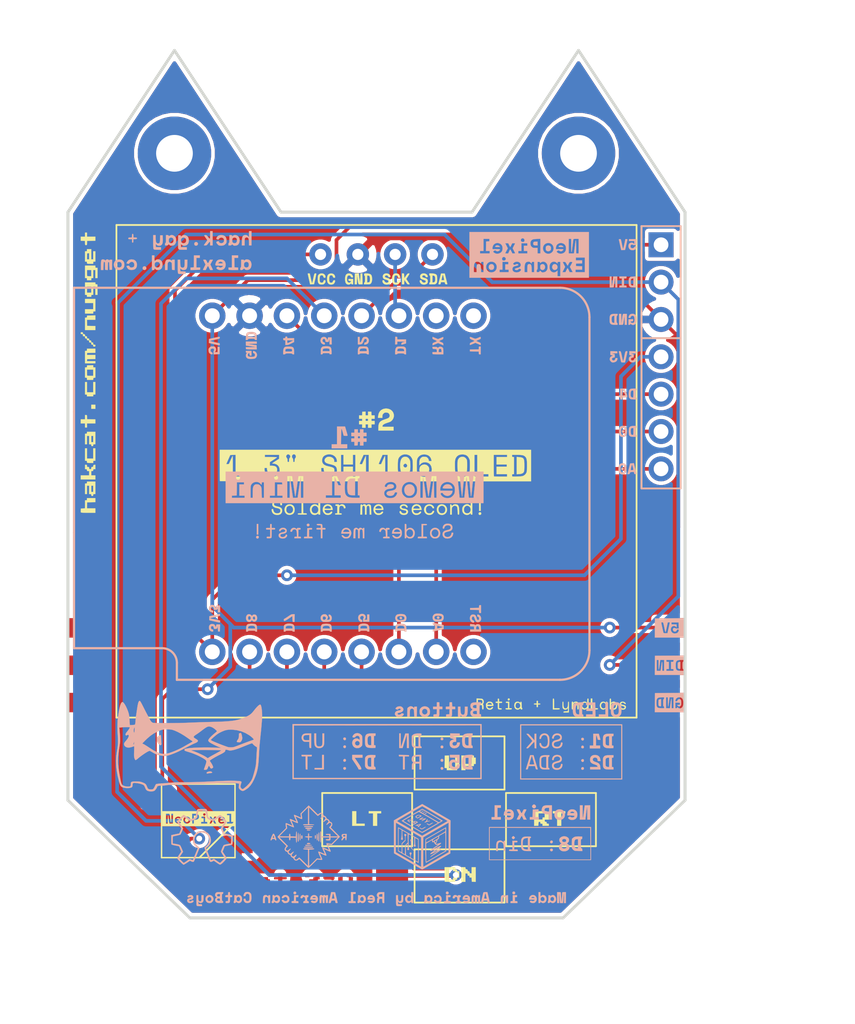
<source format=kicad_pcb>
(kicad_pcb (version 20171130) (host pcbnew 5.1.5+dfsg1-2build2)
  (layers (0 F.Cu signal) (31 B.Cu signal) (34 B.Paste user) (35 F.Paste user) (36 B.SilkS user) (37 F.SilkS user) (38 B.Mask user) (39 F.Mask user) (44 Edge.Cuts user))
  (net 0 "")
  (net 1 "Net-(Brd1-Pad4)")
  (net 2 "Net-(Brd1-Pad3)")
  (net 3 "Net-(Brd1-Pad2)")
  (net 4 "Net-(D1-Pad4)")
  (net 5 "Net-(D1-Pad2)")
  (net 6 /D6)
  (net 7 /D7)
  (net 8 /D5)
  (net 9 "Net-(U1-Pad16)")
  (net 10 "Net-(U1-Pad1)")
  (net 11 "Net-(U1-Pad15)")
  (net 12 "Net-(U1-Pad2)")
  (net 13 "Net-(U1-Pad3)")
  (net 14 "Net-(U1-Pad12)")
  (net 15 "Net-(U1-Pad11)")
  (net 16 +5V)
  (net 17 GND)
  (module screens:SH1106-128x64-OLED (layer F.Cu) (at 0 -2.375)
    (fp_text reference Brd1 hide)
    (fp_text value SH1106)
    (pad 1 thru_hole circle (at -3.81 -14.75) (size 1.524 1.524) (drill 0.762) (layers *.Cu *.Mask) (net 3 "Net-(Brd1-Pad2)"))
    (pad 2 thru_hole circle (at -1.27 -14.75) (size 1.524 1.524) (drill 0.762) (layers *.Cu *.Mask) (net 17 GND))
    (pad 3 thru_hole circle (at 1.27 -14.75) (size 1.524 1.524) (drill 0.762) (layers *.Cu *.Mask) (net 2 "Net-(Brd1-Pad3)"))
    (pad 4 thru_hole circle (at 3.81 -14.75) (size 1.524 1.524) (drill 0.762) (layers *.Cu *.Mask) (net 1 "Net-(Brd1-Pad4)"))
  )
  (module Button_Switch_SMD:SW_SPST_FSMSM (layer F.Cu) (at 11.8745 21.314)
    (fp_text reference SW4 hide)
    (fp_text value Right)
    (pad 1 smd rect (at -4.59 0) (size 2.18 1.6) (layers F.Cu F.Paste F.Mask) (net 8 /D5))
    (pad 2 smd rect (at 4.59 0) (size 2.18 1.6) (layers F.Cu F.Paste F.Mask) (net 17 GND))
  )
  (module wemos-d1-mini:wemos-d1-mini-with-pin-header-and-connector (layer B.Cu) (at -2.286 -1.524)
    (fp_text reference U1 hide)
    (fp_text value "WeMos D1 Mini" hide)
    (pad 16 thru_hole circle (at 8.89 -11.43) (size 1.8 1.8) (drill 1.016) (layers *.Cu *.Mask) (net 9 "Net-(U1-Pad16)"))
    (pad 1 thru_hole circle (at 8.89 11.43) (size 1.8 1.8) (drill 1.016) (layers *.Cu *.Mask) (net 10 "Net-(U1-Pad1)"))
    (pad 15 thru_hole circle (at 6.35 -11.43) (size 1.8 1.8) (drill 1.016) (layers *.Cu *.Mask) (net 11 "Net-(U1-Pad15)"))
    (pad 2 thru_hole circle (at 6.35 11.43) (size 1.8 1.8) (drill 1.016) (layers *.Cu *.Mask) (net 12 "Net-(U1-Pad2)"))
    (pad 14 thru_hole circle (at 3.81 -11.43) (size 1.8 1.8) (drill 1.016) (layers *.Cu *.Mask) (net 2 "Net-(Brd1-Pad3)"))
    (pad 3 thru_hole circle (at 3.81 11.43) (size 1.8 1.8) (drill 1.016) (layers *.Cu *.Mask) (net 13 "Net-(U1-Pad3)"))
    (pad 13 thru_hole circle (at 1.27 -11.43) (size 1.8 1.8) (drill 1.016) (layers *.Cu *.Mask) (net 1 "Net-(Brd1-Pad4)"))
    (pad 4 thru_hole circle (at 1.27 11.43) (size 1.8 1.8) (drill 1.016) (layers *.Cu *.Mask) (net 8 /D5))
    (pad 12 thru_hole circle (at -1.27 -11.43) (size 1.8 1.8) (drill 1.016) (layers *.Cu *.Mask) (net 14 "Net-(U1-Pad12)"))
    (pad 5 thru_hole circle (at -1.27 11.43) (size 1.8 1.8) (drill 1.016) (layers *.Cu *.Mask) (net 6 /D6))
    (pad 11 thru_hole circle (at -3.81 -11.43) (size 1.8 1.8) (drill 1.016) (layers *.Cu *.Mask) (net 15 "Net-(U1-Pad11)"))
    (pad 6 thru_hole circle (at -3.81 11.43 270) (size 1.8 1.8) (drill 1.016) (layers *.Cu *.Mask) (net 7 /D7))
    (pad 10 thru_hole circle (at -6.35 -11.43) (size 1.8 1.8) (drill 1.016) (layers *.Cu *.Mask) (net 17 GND))
    (pad 7 thru_hole circle (at -6.35 11.43) (size 1.8 1.8) (drill 1.016) (layers *.Cu *.Mask) (net 4 "Net-(D1-Pad4)"))
    (pad 9 thru_hole circle (at -8.89 -11.43) (size 1.8 1.8) (drill 1.016) (layers *.Cu *.Mask) (net 16 +5V))
    (pad 8 thru_hole circle (at -8.89 11.43) (size 1.8 1.8) (drill 1.016) (layers *.Cu *.Mask) (net 3 "Net-(Brd1-Pad2)"))
  )
  (module Connector_PinHeader_2.54mm:PinHeader_1x07_P2.54mm_Vertical (layer F.Cu) (at 19.3675 -17.78)
    (fp_text reference REF** hide)
    (fp_text value PinHeader_1x07_P2.54mm_Vertical)
    (pad 7 thru_hole oval (at 0 15.24) (size 1.7 1.7) (drill 1) (layers *.Cu *.Mask) (net 12 "Net-(U1-Pad2)"))
    (pad 6 thru_hole oval (at 0 12.7) (size 1.7 1.7) (drill 1) (layers *.Cu *.Mask) (net 13 "Net-(U1-Pad3)"))
    (pad 5 thru_hole oval (at 0 10.16) (size 1.7 1.7) (drill 1) (layers *.Cu *.Mask) (net 15 "Net-(U1-Pad11)"))
    (pad 4 thru_hole oval (at 0 7.62) (size 1.7 1.7) (drill 1) (layers *.Cu *.Mask) (net 3 "Net-(Brd1-Pad2)"))
    (pad 3 thru_hole oval (at 0 5.08) (size 1.7 1.7) (drill 1) (layers *.Cu *.Mask) (net 17 GND))
    (pad 2 thru_hole oval (at 0 2.54) (size 1.7 1.7) (drill 1) (layers *.Cu *.Mask) (net 5 "Net-(D1-Pad2)"))
    (pad 1 thru_hole rect (at 0 0) (size 1.7 1.7) (drill 1) (layers *.Cu *.Mask) (net 16 +5V))
  )
  (module MountingHole:MountingHole_2.5mm_Pad (layer F.Cu) (at 13.75 -24)
    (fp_text reference REF** hide)
    (fp_text value MountingHole_2.5mm_Pad)
    (pad 1 thru_hole circle (at 0 0) (size 5 5) (drill 2.5) (layers *.Cu *.Mask))
  )
  (module MountingHole:MountingHole_2.5mm_Pad (layer F.Cu) (at -13.75 -24)
    (fp_text reference REF** hide)
    (fp_text value MountingHole_2.5mm_Pad)
    (pad 1 thru_hole circle (at 0 0) (size 5 5) (drill 2.5) (layers *.Cu *.Mask))
  )
  (module LED_SMD:LED_WS2812B_PLCC4_5.0x5.0mm_P3.2mm_idiot_proof (layer F.Cu) (at -12.1285 21.3995)
    (fp_text reference D1 hide)
    (fp_text value WS2812B)
    (pad 3 smd rect (at 2.45 1.6) (size 2 1.2) (drill (offset 0.25 0)) (layers F.Cu F.Paste F.Mask) (net 17 GND))
    (pad 4 smd rect (at 2.45 -1.6) (size 2 1.2) (drill (offset 0.25 0)) (layers F.Cu F.Paste F.Mask) (net 4 "Net-(D1-Pad4)"))
    (pad 2 smd rect (at -2.45 1.6) (size 2 1.2) (drill (offset -0.25 0)) (layers F.Cu F.Paste F.Mask) (net 5 "Net-(D1-Pad2)"))
    (pad 1 smd rect (at -2.45 -1.6) (size 2 1.2) (drill (offset -0.25 0)) (layers F.Cu F.Paste F.Mask) (net 16 +5V))
  )
  (module Button_Switch_SMD:SW_SPST_FSMSM (layer F.Cu) (at -0.635 21.314)
    (fp_text reference SW3 hide)
    (fp_text value Left)
    (pad 1 smd rect (at -4.59 0) (size 2.18 1.6) (layers F.Cu F.Paste F.Mask) (net 7 /D7))
    (pad 2 smd rect (at 4.59 0) (size 2.18 1.6) (layers F.Cu F.Paste F.Mask) (net 17 GND))
  )
  (module Button_Switch_SMD:SW_SPST_FSMSM (layer F.Cu) (at 5.6515 25.146)
    (fp_text reference SW2 hide)
    (fp_text value Down)
    (pad 1 smd rect (at -4.59 0) (size 2.18 1.6) (layers F.Cu F.Paste F.Mask) (net 14 "Net-(U1-Pad12)"))
    (pad 2 smd rect (at 4.59 0) (size 2.18 1.6) (layers F.Cu F.Paste F.Mask) (net 17 GND))
  )
  (module Button_Switch_SMD:SW_SPST_FSMSM (layer F.Cu) (at 5.6515 17.4625)
    (fp_text reference SW1 hide)
    (fp_text value Up)
    (pad 1 smd rect (at -4.59 0) (size 2.18 1.6) (layers F.Cu F.Paste F.Mask) (net 6 /D6))
    (pad 2 smd rect (at 4.59 0) (size 2.18 1.6) (layers F.Cu F.Paste F.Mask) (net 17 GND))
  )
  (module LOGO (layer F.Cu) (at 0 0)
    (fp_text reference G*** hide)
    (fp_text value LOGO hide)
  )
  (module LOGO (layer F.Cu) (at 0 0)
    (fp_text reference G*** hide)
    (fp_text value LOGO hide)
  )
  (module LOGO (layer F.Cu) (at 0 0)
    (fp_text reference G*** hide)
    (fp_text value LOGO hide)
  )
  (module LOGO (layer F.Cu) (at 0 0)
    (fp_text reference G*** hide)
    (fp_text value LOGO hide)
  )
  (module LOGO (layer F.Cu) (at 0 0)
    (fp_text reference G*** hide)
    (fp_text value LOGO hide)
  )
  (module LOGO (layer F.Cu) (at 0 0)
    (fp_text reference G*** hide)
    (fp_text value LOGO hide)
  )
  (module LOGO (layer F.Cu) (at 0 0)
    (fp_text reference G*** hide)
    (fp_text value LOGO hide)
  )
  (module LOGO (layer F.Cu) (at 0 0)
    (fp_text reference G*** hide)
    (fp_text value LOGO hide)
    (fp_poly (pts (xy -9.503833 25.929166) (xy -9.577917 25.929166) (xy -9.62757 25.932443) (xy -9.647933 25.950929) (xy -9.651991 25.997611) (xy -9.652 26.00325) (xy -9.652 26.077333) (xy -10.3505 26.077333) (xy -10.3505 25.929166) (xy -9.800167 25.929166) (xy -9.800167 25.802166) (xy -10.3505 25.802166) (xy -10.3505 25.728083) (xy -10.353777 25.67843) (xy -10.372263 25.658067) (xy -10.418945 25.654009) (xy -10.424583 25.654) (xy -10.498667 25.654) (xy -10.498667 25.378833) (xy -10.424583 25.378833) (xy -10.2235 25.378833) (xy -10.2235 25.654) (xy -9.800167 25.654) (xy -9.800167 25.378833) (xy -10.2235 25.378833) (xy -10.424583 25.378833) (xy -10.374931 25.375556) (xy -10.354567 25.35707) (xy -10.350509 25.310388) (xy -10.3505 25.30475) (xy -10.3505 25.230666) (xy -9.503833 25.230666) (xy -9.503833 25.929166)) (layer F.Cu) (width 0.01))
    (fp_poly (pts (xy -8.382 25.926484) (xy -8.450792 25.933117) (xy -8.499283 25.943379) (xy -8.520169 25.970975) (xy -8.526216 26.008541) (xy -8.532849 26.077333) (xy -9.228667 26.077333) (xy -9.228667 25.929166) (xy -8.657167 25.929166) (xy -8.657167 25.802166) (xy -9.228667 25.802166) (xy -9.228667 25.728083) (xy -9.231943 25.67843) (xy -9.25043 25.658067) (xy -9.297111 25.654009) (xy -9.30275 25.654) (xy -9.376833 25.654) (xy -9.376833 25.378833) (xy -9.30275 25.378833) (xy -9.0805 25.378833) (xy -9.0805 25.654) (xy -8.657167 25.654) (xy -8.657167 25.378833) (xy -9.0805 25.378833) (xy -9.30275 25.378833) (xy -9.253097 25.375556) (xy -9.232734 25.35707) (xy -9.228676 25.310388) (xy -9.228667 25.30475) (xy -9.228667 25.230666) (xy -8.382 25.230666) (xy -8.382 25.926484)) (layer F.Cu) (width 0.01))
    (fp_poly (pts (xy -12.467167 25.019) (xy -12.461922 25.063977) (xy -12.437182 25.080554) (xy -12.403667 25.0825) (xy -12.361004 25.086629) (xy -12.343505 25.107577) (xy -12.340167 25.156583) (xy -12.33689 25.206236) (xy -12.318404 25.226599) (xy -12.271722 25.230657) (xy -12.266083 25.230666) (xy -12.216431 25.233943) (xy -12.196067 25.252429) (xy -12.192009 25.299111) (xy -12.192 25.30475) (xy -12.188724 25.354402) (xy -12.170237 25.374766) (xy -12.123556 25.378824) (xy -12.117917 25.378833) (xy -12.043833 25.378833) (xy -12.043833 24.9555) (xy -11.768667 24.9555) (xy -11.768667 25.929166) (xy -12.043833 25.929166) (xy -12.043833 25.654) (xy -12.117917 25.654) (xy -12.16757 25.650723) (xy -12.187933 25.632236) (xy -12.191991 25.585555) (xy -12.192 25.579916) (xy -12.195277 25.530263) (xy -12.213763 25.5099) (xy -12.260445 25.505842) (xy -12.266083 25.505833) (xy -12.315857 25.502293) (xy -12.336272 25.484338) (xy -12.340167 25.442333) (xy -12.345412 25.397356) (xy -12.370152 25.380778) (xy -12.403667 25.378833) (xy -12.467167 25.378833) (xy -12.467167 25.929166) (xy -12.7635 25.929166) (xy -12.7635 24.9555) (xy -12.467167 24.9555) (xy -12.467167 25.019)) (layer F.Cu) (width 0.01))
    (fp_poly (pts (xy -11.345333 25.802166) (xy -10.922 25.802166) (xy -10.922 25.230666) (xy -10.646833 25.230666) (xy -10.646833 25.929166) (xy -11.4935 25.929166) (xy -11.4935 25.865666) (xy -11.498745 25.820689) (xy -11.523485 25.804112) (xy -11.557 25.802166) (xy -11.6205 25.802166) (xy -11.6205 25.230666) (xy -11.345333 25.230666) (xy -11.345333 25.802166)) (layer F.Cu) (width 0.01))
    (fp_poly (pts (xy -7.387167 25.30475) (xy -7.383627 25.354523) (xy -7.365672 25.374938) (xy -7.323667 25.378833) (xy -7.260167 25.378833) (xy -7.260167 25.654) (xy -7.958667 25.654) (xy -7.958667 25.802166) (xy -7.387167 25.802166) (xy -7.387167 25.929166) (xy -8.106833 25.929166) (xy -8.106833 25.865666) (xy -8.112078 25.820689) (xy -8.136818 25.804112) (xy -8.170333 25.802166) (xy -8.233833 25.802166) (xy -8.233833 25.378833) (xy -8.170333 25.378833) (xy -7.958667 25.378833) (xy -7.958667 25.505833) (xy -7.535333 25.505833) (xy -7.535333 25.378833) (xy -7.958667 25.378833) (xy -8.170333 25.378833) (xy -8.12767 25.374703) (xy -8.110172 25.353755) (xy -8.106833 25.30475) (xy -8.106833 25.230666) (xy -7.387167 25.230666) (xy -7.387167 25.30475)) (layer F.Cu) (width 0.01))
    (fp_poly (pts (xy -6.4135 25.230666) (xy -6.114485 25.230666) (xy -6.121117 25.299458) (xy -6.12775 25.36825) (xy -6.270625 25.374508) (xy -6.4135 25.380767) (xy -6.4135 25.929166) (xy -6.688667 25.929166) (xy -6.688667 25.378833) (xy -6.963833 25.378833) (xy -6.963833 25.230666) (xy -6.688667 25.230666) (xy -6.688667 24.9555) (xy -6.4135 24.9555) (xy -6.4135 25.230666)) (layer F.Cu) (width 0.01))
    (fp_poly (pts (xy -4.0005 25.019) (xy -3.995255 25.063977) (xy -3.970515 25.080554) (xy -3.937 25.0825) (xy -3.8735 25.0825) (xy -3.8735 25.378833) (xy -3.937 25.378833) (xy -3.981977 25.384078) (xy -3.998555 25.408818) (xy -4.0005 25.442333) (xy -4.00463 25.484996) (xy -4.025578 25.502495) (xy -4.074583 25.505833) (xy -4.124236 25.509109) (xy -4.1446 25.527596) (xy -4.148658 25.574277) (xy -4.148667 25.579916) (xy -4.148667 25.654) (xy -4.423833 25.654) (xy -4.423833 25.802166) (xy -3.8735 25.802166) (xy -3.8735 25.929166) (xy -4.847167 25.929166) (xy -4.847167 25.654) (xy -4.785008 25.654) (xy -4.741353 25.648458) (xy -4.722191 25.62312) (xy -4.716216 25.585208) (xy -4.705954 25.536717) (xy -4.678358 25.51583) (xy -4.640792 25.509783) (xy -4.59307 25.500175) (xy -4.574566 25.475496) (xy -4.572 25.440992) (xy -4.572 25.378833) (xy -4.296833 25.378833) (xy -4.296833 25.30475) (xy -4.293557 25.255097) (xy -4.27507 25.234733) (xy -4.228389 25.230675) (xy -4.22275 25.230666) (xy -4.173097 25.22739) (xy -4.152734 25.208903) (xy -4.148676 25.162222) (xy -4.148667 25.156583) (xy -4.148667 25.0825) (xy -4.572 25.0825) (xy -4.572 25.230666) (xy -4.847167 25.230666) (xy -4.847167 25.156583) (xy -4.843627 25.106809) (xy -4.825672 25.086394) (xy -4.783667 25.0825) (xy -4.73869 25.077255) (xy -4.722112 25.052515) (xy -4.720167 25.019) (xy -4.720167 24.9555) (xy -4.0005 24.9555) (xy -4.0005 25.019)) (layer F.Cu) (width 0.01))
    (fp_poly (pts (xy -3.153833 25.929166) (xy -3.450167 25.929166) (xy -3.450167 25.654) (xy -3.153833 25.654) (xy -3.153833 25.929166)) (layer F.Cu) (width 0.01))
    (fp_poly (pts (xy -1.883833 25.019) (xy -1.878589 25.063977) (xy -1.853849 25.080554) (xy -1.820333 25.0825) (xy -1.77767 25.086629) (xy -1.760172 25.107577) (xy -1.756833 25.156583) (xy -1.753557 25.206236) (xy -1.73507 25.226599) (xy -1.688389 25.230657) (xy -1.68275 25.230666) (xy -1.608667 25.230666) (xy -1.608667 25.654) (xy -1.68275 25.654) (xy -1.732403 25.657276) (xy -1.752766 25.675763) (xy -1.756824 25.722444) (xy -1.756833 25.728083) (xy -1.760373 25.777857) (xy -1.778328 25.798272) (xy -1.820333 25.802166) (xy -1.865311 25.807411) (xy -1.881888 25.832151) (xy -1.883833 25.865666) (xy -1.883833 25.929166) (xy -2.307167 25.929166) (xy -2.307167 25.865666) (xy -2.311297 25.823003) (xy -2.332244 25.805504) (xy -2.38125 25.802166) (xy -2.430903 25.79889) (xy -2.451266 25.780403) (xy -2.455324 25.733722) (xy -2.455333 25.728083) (xy -2.45861 25.67843) (xy -2.477097 25.658067) (xy -2.523778 25.654009) (xy -2.529417 25.654) (xy -2.6035 25.654) (xy -2.6035 25.230666) (xy -2.529417 25.230666) (xy -2.479764 25.22739) (xy -2.459401 25.208903) (xy -2.455343 25.162222) (xy -2.455333 25.156583) (xy -2.452057 25.10693) (xy -2.43357 25.086567) (xy -2.386889 25.082509) (xy -2.38125 25.0825) (xy -2.307167 25.0825) (xy -2.307167 25.654) (xy -2.243667 25.654) (xy -2.201004 25.658129) (xy -2.183505 25.679077) (xy -2.180167 25.728083) (xy -2.180167 25.802166) (xy -1.883833 25.802166) (xy -1.883833 25.230666) (xy -1.957917 25.230666) (xy -2.00757 25.22739) (xy -2.027933 25.208903) (xy -2.031991 25.162222) (xy -2.032 25.156583) (xy -2.032 25.0825) (xy -2.307167 25.0825) (xy -2.38125 25.0825) (xy -2.331476 25.07896) (xy -2.311061 25.061005) (xy -2.307167 25.019) (xy -2.307167 24.9555) (xy -1.883833 24.9555) (xy -1.883833 25.019)) (layer F.Cu) (width 0.01))
    (fp_poly (pts (xy -18.965333 14.012333) (xy -20.997333 14.012333) (xy -20.997333 12.7) (xy -18.965333 12.7) (xy -18.965333 14.012333)) (layer F.Cu) (width 0.01))
    (fp_poly (pts (xy 20.997333 14.012333) (xy 18.943555 14.012333) (xy 18.949152 13.361458) (xy 18.95475 12.710583) (xy 19.976042 12.705088) (xy 20.997333 12.699593) (xy 20.997333 14.012333)) (layer F.Cu) (width 0.01))
    (fp_poly (pts (xy -18.965333 11.472333) (xy -20.997333 11.472333) (xy -20.997333 10.16) (xy -18.965333 10.16) (xy -18.965333 11.472333)) (layer F.Cu) (width 0.01))
    (fp_poly (pts (xy 20.997333 11.472333) (xy 18.943555 11.472333) (xy 18.949152 10.821458) (xy 18.95475 10.170583) (xy 19.976042 10.165088) (xy 20.997333 10.159593) (xy 20.997333 11.472333)) (layer F.Cu) (width 0.01))
    (fp_poly (pts (xy -18.965333 8.932333) (xy -20.997333 8.932333) (xy -20.997333 7.62) (xy -18.965333 7.62) (xy -18.965333 8.932333)) (layer F.Cu) (width 0.01))
    (fp_poly (pts (xy 20.997333 8.932333) (xy 18.943555 8.932333) (xy 18.949152 8.281458) (xy 18.95475 7.630583) (xy 19.976042 7.625088) (xy 20.997333 7.619593) (xy 20.997333 8.932333)) (layer F.Cu) (width 0.01))
  )
  (module LOGO (layer F.Cu) (at 0 0)
    (fp_text reference G*** hide)
    (fp_text value LOGO hide)
  )
  (module LOGO (layer F.Cu) (at 0 0)
    (fp_text reference G*** hide)
    (fp_text value LOGO hide)
  )
  (module LOGO (layer F.Cu) (at 0 0)
    (fp_text reference G*** hide)
    (fp_text value LOGO hide)
  )
  (module LOGO (layer F.Cu) (at 0 0)
    (fp_text reference G*** hide)
    (fp_text value LOGO hide)
  )
  (module LOGO (layer F.Cu) (at 0 0)
    (fp_text reference G*** hide)
    (fp_text value LOGO hide)
  )
  (gr_line (start -21 20) (end -21 -20) (layer Edge.Cuts) (width 0.2))
  (gr_line (start -12.7 28) (end -21 20) (layer Edge.Cuts) (width 0.2))
  (gr_line (start 12.7 28) (end -12.7 28) (layer Edge.Cuts) (width 0.2))
  (gr_line (start 21 20) (end 12.7 28) (layer Edge.Cuts) (width 0.2))
  (gr_line (start 21 -20) (end 21 20) (layer Edge.Cuts) (width 0.2))
  (gr_line (start 13.75 -31) (end 21 -20) (layer Edge.Cuts) (width 0.2))
  (gr_line (start 6.5 -20) (end 13.75 -31) (layer Edge.Cuts) (width 0.2))
  (gr_line (start -6.499999 -20) (end 6.5 -20) (layer Edge.Cuts) (width 0.2))
  (gr_line (start -13.75 -31) (end -6.499999 -20) (layer Edge.Cuts) (width 0.2))
  (gr_line (start -21 -20) (end -13.75 -31) (layer Edge.Cuts) (width 0.2))
  (gr_line (start 20.701 -11.43) (end 18.034 -11.43) (layer B.SilkS) (width 0.12))
  (gr_line (start 18.034 -1.2065) (end 18.034 -19.05) (layer B.SilkS) (width 0.12))
  (gr_line (start 20.701 -1.2065) (end 18.034 -1.2065) (layer B.SilkS) (width 0.12))
  (gr_line (start 20.701 -19.05) (end 20.701 -1.2065) (layer B.SilkS) (width 0.12))
  (gr_line (start 18.034 -19.05) (end 20.701 -19.05) (layer B.SilkS) (width 0.12))
  (segment (start 3.81 -17.125) (end 1.798 -15.113) (width 0.25) (layer F.Cu) (net 1))
  (segment (start 1.143 -15.113) (end -1.016 -12.954) (width 0.25) (layer F.Cu) (net 1))
  (segment (start 1.798 -15.113) (end 1.143 -15.113) (width 0.25) (layer F.Cu) (net 1))
  (segment (start 1.27 -13.208) (end 1.524 -12.954) (width 0.25) (layer B.Cu) (net 2))
  (segment (start 1.27 -17.125) (end 1.27 -13.208) (width 0.25) (layer B.Cu) (net 2))
  (segment (start -3.81 -17.125) (end -11.2595 -17.125) (width 0.25) (layer F.Cu) (net 3))
  (segment (start -11.2595 -17.125) (end -13.716 -14.6685) (width 0.25) (layer F.Cu) (net 3))
  (segment (start -13.716 7.366) (end -11.176 9.906) (width 0.25) (layer F.Cu) (net 3))
  (segment (start -13.716 -14.6685) (end -13.716 7.366) (width 0.25) (layer F.Cu) (net 3))
  (segment (start 19.3675 -10.16) (end 17.9705 -10.16) (width 0.25) (layer B.Cu) (net 3))
  (segment (start 17.9705 -10.16) (end 16.637 -8.8265) (width 0.25) (layer B.Cu) (net 3))
  (segment (start 16.637 -8.8265) (end 16.637 2.2225) (width 0.25) (layer B.Cu) (net 3))
  (segment (start 16.637 2.2225) (end 14.1605 4.699) (width 0.25) (layer B.Cu) (net 3))
  (segment (start 14.1605 4.699) (end -6.096 4.699) (width 0.25) (layer B.Cu) (net 3))
  (segment (start -6.096 4.699) (end -6.096 4.699) (width 0.25) (layer B.Cu) (net 3))
  (via (at -6.096 4.699) (size 0.8) (drill 0.4) (layers F.Cu B.Cu) (net 3))
  (segment (start -6.096 4.699) (end -9.525 4.699) (width 0.25) (layer F.Cu) (net 3))
  (segment (start -11.176 6.35) (end -11.176 9.906) (width 0.25) (layer F.Cu) (net 3))
  (segment (start -9.525 4.699) (end -11.176 6.35) (width 0.25) (layer F.Cu) (net 3))
  (segment (start -8.636 18.757) (end -8.636 9.906) (width 0.25) (layer F.Cu) (net 4))
  (segment (start -9.6785 19.7995) (end -8.636 18.757) (width 0.25) (layer F.Cu) (net 4))
  (segment (start 15.875 10.795) (end 15.875 10.795) (width 0.25) (layer F.Cu) (net 5))
  (via (at 15.875 10.795) (size 0.8) (drill 0.4) (layers F.Cu B.Cu) (net 5))
  (segment (start -17.653 16.383) (end -17.653 19.431) (width 0.25) (layer B.Cu) (net 5))
  (segment (start -17.653 19.431) (end -15.6845 21.3995) (width 0.25) (layer B.Cu) (net 5))
  (segment (start 20.542501 6.127499) (end 15.875 10.795) (width 0.25) (layer B.Cu) (net 5))
  (segment (start 20.542501 -14.064999) (end 20.542501 6.127499) (width 0.25) (layer B.Cu) (net 5))
  (segment (start 19.3675 -15.24) (end 20.542501 -14.064999) (width 0.25) (layer B.Cu) (net 5))
  (segment (start -12.954 -18.4785) (end -17.5895 -13.843) (width 0.25) (layer B.Cu) (net 5))
  (segment (start 7.874 -15.24) (end 4.6355 -18.4785) (width 0.25) (layer B.Cu) (net 5))
  (segment (start 19.3675 -15.24) (end 7.874 -15.24) (width 0.25) (layer B.Cu) (net 5))
  (segment (start 4.6355 -18.4785) (end -12.954 -18.4785) (width 0.25) (layer B.Cu) (net 5))
  (segment (start -17.5895 -13.843) (end -17.653 16.383) (width 0.25) (layer B.Cu) (net 5))
  (segment (start -17.653 -13.843) (end -17.5895 -13.843) (width 0.25) (layer B.Cu) (net 5))
  (segment (start -15.6845 21.3995) (end -13.2715 21.3995) (width 0.25) (layer B.Cu) (net 5))
  (segment (start -13.2715 21.3995) (end -12.065 22.606) (width 0.25) (layer B.Cu) (net 5))
  (segment (start -12.065 22.606) (end -12.065 22.606) (width 0.25) (layer B.Cu) (net 5))
  (via (at -12.065 22.606) (size 0.8) (drill 0.4) (layers F.Cu B.Cu) (net 5))
  (segment (start -13.024185 22.9995) (end -14.5785 22.9995) (width 0.25) (layer F.Cu) (net 5))
  (segment (start -12.630685 22.606) (end -13.024185 22.9995) (width 0.25) (layer F.Cu) (net 5))
  (segment (start -12.065 22.606) (end -12.630685 22.606) (width 0.25) (layer F.Cu) (net 5))
  (segment (start 20.066 10.795) (end 15.875 10.795) (width 0.25) (layer F.Cu) (net 5))
  (segment (start -0.2785 17.4625) (end 1.0615 17.4625) (width 0.25) (layer F.Cu) (net 6))
  (segment (start -3.556 14.185) (end -0.2785 17.4625) (width 0.25) (layer F.Cu) (net 6))
  (segment (start -3.556 9.906) (end -3.556 14.185) (width 0.25) (layer F.Cu) (net 6))
  (segment (start -6.096 20.443) (end -5.225 21.314) (width 0.25) (layer F.Cu) (net 7))
  (segment (start -6.096 9.906) (end -6.096 20.443) (width 0.25) (layer F.Cu) (net 7))
  (segment (start -1.016 9.906) (end -1.016 14.1605) (width 0.25) (layer F.Cu) (net 8))
  (segment (start -1.016 14.1605) (end 0.4445 15.621) (width 0.25) (layer F.Cu) (net 8))
  (segment (start 7.2845 20.264) (end 7.2845 21.314) (width 0.25) (layer F.Cu) (net 8))
  (segment (start 2.6415 15.621) (end 7.2845 20.264) (width 0.25) (layer F.Cu) (net 8))
  (segment (start 0.4445 15.621) (end 2.6415 15.621) (width 0.25) (layer F.Cu) (net 8))
  (segment (start 4.064 9.906) (end 4.064 1.9685) (width 0.25) (layer F.Cu) (net 12))
  (segment (start 8.5725 -2.54) (end 19.3675 -2.54) (width 0.25) (layer F.Cu) (net 12))
  (segment (start 4.064 1.9685) (end 8.5725 -2.54) (width 0.25) (layer F.Cu) (net 12))
  (segment (start 19.3675 -5.08) (end 8.509 -5.08) (width 0.25) (layer F.Cu) (net 13))
  (segment (start 1.524 1.905) (end 1.524 9.906) (width 0.25) (layer F.Cu) (net 13))
  (segment (start 8.509 -5.08) (end 1.524 1.905) (width 0.25) (layer F.Cu) (net 13))
  (via (at 5.3975 25.0825) (size 0.8) (drill 0.4) (layers F.Cu B.Cu) (net 14))
  (segment (start -6.096 -15.494) (end -3.556 -12.954) (width 0.25) (layer B.Cu) (net 14))
  (segment (start -12.954 -15.494) (end -6.096 -15.494) (width 0.25) (layer B.Cu) (net 14))
  (segment (start -14.6685 17.7165) (end -14.6685 -13.7795) (width 0.25) (layer B.Cu) (net 14))
  (segment (start -7.3025 25.0825) (end -14.6685 17.7165) (width 0.25) (layer B.Cu) (net 14))
  (segment (start -14.6685 -13.7795) (end -12.954 -15.494) (width 0.25) (layer B.Cu) (net 14))
  (segment (start 5.3975 25.0825) (end -7.3025 25.0825) (width 0.25) (layer B.Cu) (net 14))
  (segment (start 5.334 25.146) (end 5.3975 25.0825) (width 0.25) (layer F.Cu) (net 14))
  (segment (start 1.0615 25.146) (end 5.334 25.146) (width 0.25) (layer F.Cu) (net 14))
  (segment (start -0.762 -7.62) (end 19.3675 -7.62) (width 0.25) (layer F.Cu) (net 15))
  (segment (start -6.096 -12.954) (end -0.762 -7.62) (width 0.25) (layer F.Cu) (net 15))
  (via (at -11.4935 12.446) (size 0.8) (drill 0.4) (layers F.Cu B.Cu) (net 16))
  (segment (start 15.875 8.255) (end 15.875 8.255) (width 0.25) (layer F.Cu) (net 16))
  (via (at 15.875 8.255) (size 0.8) (drill 0.4) (layers F.Cu B.Cu) (net 16))
  (segment (start 20.066 8.255) (end 15.875 8.255) (width 0.25) (layer F.Cu) (net 16))
  (segment (start -11.176 -12.954) (end -11.176 6.477) (width 0.25) (layer B.Cu) (net 16))
  (segment (start -11.176 6.477) (end -11.176 6.604) (width 0.25) (layer B.Cu) (net 16))
  (segment (start -14.5785 14.007) (end -14.5785 19.7995) (width 0.25) (layer F.Cu) (net 16))
  (segment (start -14.5785 13.118) (end -14.5785 14.007) (width 0.25) (layer F.Cu) (net 16))
  (segment (start -13.9065 12.446) (end -14.5785 13.118) (width 0.25) (layer F.Cu) (net 16))
  (segment (start -11.4935 12.446) (end -13.9065 12.446) (width 0.25) (layer F.Cu) (net 16))
  (segment (start -9.950999 10.903499) (end -9.950999 8.019501) (width 0.25) (layer B.Cu) (net 16))
  (segment (start -11.4935 12.446) (end -9.950999 10.903499) (width 0.25) (layer B.Cu) (net 16))
  (segment (start -11.176 6.7945) (end -11.176 6.477) (width 0.25) (layer B.Cu) (net 16))
  (segment (start -9.950999 8.019501) (end -11.176 6.7945) (width 0.25) (layer B.Cu) (net 16))
  (segment (start -9.7155 8.255) (end -9.950999 8.019501) (width 0.25) (layer B.Cu) (net 16))
  (segment (start 15.875 8.255) (end -9.7155 8.255) (width 0.25) (layer B.Cu) (net 16))
  (segment (start -2.722999 -16.603239) (end -2.722999 -18.105001) (width 0.25) (layer F.Cu) (net 16))
  (segment (start -3.953728 -15.37251) (end -2.722999 -16.603239) (width 0.25) (layer F.Cu) (net 16))
  (segment (start -8.75749 -15.37251) (end -3.953728 -15.37251) (width 0.25) (layer F.Cu) (net 16))
  (segment (start -11.176 -12.954) (end -8.75749 -15.37251) (width 0.25) (layer F.Cu) (net 16))
  (segment (start -2.722999 -18.105001) (end -1.8415 -18.9865) (width 0.25) (layer F.Cu) (net 16))
  (segment (start -1.8415 -18.9865) (end 15.5575 -18.9865) (width 0.25) (layer F.Cu) (net 16))
  (segment (start 16.764 -17.78) (end 19.3675 -17.78) (width 0.25) (layer F.Cu) (net 16))
  (segment (start 15.5575 -18.9865) (end 16.764 -17.78) (width 0.25) (layer F.Cu) (net 16))
  (segment (start 8.9015 25.146) (end 10.2415 25.146) (width 0.25) (layer F.Cu) (net 17))
  (segment (start 6.737 25.146) (end 8.9015 25.146) (width 0.25) (layer F.Cu) (net 17))
  (segment (start 3.955 22.364) (end 6.737 25.146) (width 0.25) (layer F.Cu) (net 17))
  (segment (start 10.2415 25.146) (end 10.2415 16.7185) (width 0.25) (layer F.Cu) (net 17))
  (segment (start 11.5815 17.4625) (end 10.2415 17.4625) (width 0.25) (layer F.Cu) (net 17))
  (segment (start 13.663 17.4625) (end 11.5815 17.4625) (width 0.25) (layer F.Cu) (net 17))
  (segment (start 16.4645 20.264) (end 13.663 17.4625) (width 0.25) (layer F.Cu) (net 17))
  (segment (start 3.955 22.364) (end 3.955 21.314) (width 0.25) (layer F.Cu) (net 17))
  (segment (start 3.3195 22.9995) (end 3.955 22.364) (width 0.25) (layer F.Cu) (net 17))
  (segment (start -9.6785 22.9995) (end 3.3195 22.9995) (width 0.25) (layer F.Cu) (net 17))
  (segment (start -8.636 -12.954) (end -6.6675 -14.9225) (width 0.25) (layer F.Cu) (net 17))
  (segment (start -3.4725 -14.9225) (end -1.27 -17.125) (width 0.25) (layer F.Cu) (net 17))
  (segment (start -6.6675 -14.9225) (end -3.4725 -14.9225) (width 0.25) (layer F.Cu) (net 17))
  (segment (start -0.508001 -17.886999) (end -1.27 -17.125) (width 0.25) (layer F.Cu) (net 17))
  (segment (start -0.182999 -18.212001) (end -0.508001 -17.886999) (width 0.25) (layer F.Cu) (net 17))
  (segment (start 13.855499 -18.212001) (end -0.182999 -18.212001) (width 0.25) (layer F.Cu) (net 17))
  (segment (start 19.3675 -12.7) (end 13.855499 -18.212001) (width 0.25) (layer F.Cu) (net 17))
  (segment (start 16.4645 21.314) (end 16.4645 20.264) (width 0.25) (layer F.Cu) (net 17))
  (segment (start 16.4645 20.264) (end 20.0025 16.726) (width 0.25) (layer F.Cu) (net 17))
  (segment (start 20.0025 16.726) (end 20.0025 13.335) (width 0.25) (layer F.Cu) (net 17))
  (segment (start 20.542501 1.428499) (end 10.2415 11.7295) (width 0.25) (layer F.Cu) (net 17))
  (segment (start 20.542501 -11.524999) (end 20.542501 1.428499) (width 0.25) (layer F.Cu) (net 17))
  (segment (start 10.2415 11.7295) (end 10.2415 17.4625) (width 0.25) (layer F.Cu) (net 17))
  (segment (start 19.3675 -12.7) (end 20.542501 -11.524999) (width 0.25) (layer F.Cu) (net 17))
  (zone (net 17) (net_name GND) (layer B.Cu) (connect_pads (clearance 0.25)) (min_thickness 0.254) (fill yes (arc_segments 32) (thermal_gap 0.508) (thermal_bridge_width 0.508))
    (polygon (pts (xy 23.461326 35.232451) (xy -25.624174 31.676451) (xy -24.862174 -33.474549) (xy 26.382326 -34.427049)))
  )
  (zone (net 17) (net_name GND) (layer F.Cu) (connect_pads (clearance 0.25)) (min_thickness 0.254) (fill yes (arc_segments 32) (thermal_gap 0.508) (thermal_bridge_width 0.508))
    (polygon (pts (xy 22.427175 32.596643) (xy -23.800825 31.072643) (xy -24.562825 -33.570357) (xy 25.348175 -33.951357)))
  )
)
</source>
